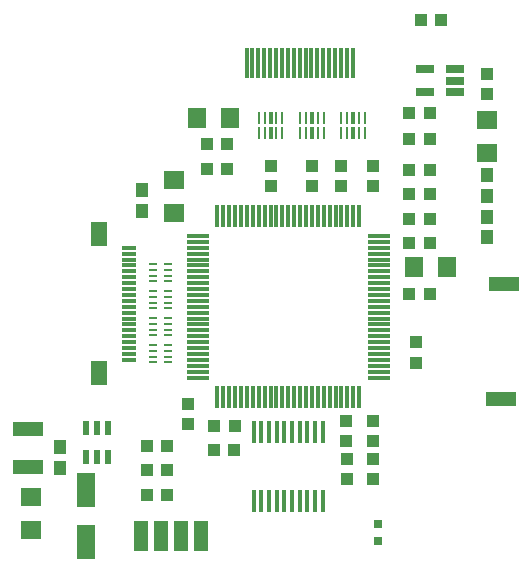
<source format=gbr>
G04 EAGLE Gerber RS-274X export*
G75*
%MOMM*%
%FSLAX34Y34*%
%LPD*%
%INSolderpaste Top*%
%IPPOS*%
%AMOC8*
5,1,8,0,0,1.08239X$1,22.5*%
G01*
%ADD10R,1.800000X1.600000*%
%ADD11R,1.100000X1.000000*%
%ADD12R,1.000000X1.100000*%
%ADD13R,1.951900X0.340000*%
%ADD14R,0.340000X1.951900*%
%ADD15R,1.600000X1.800000*%
%ADD16R,0.300000X2.500000*%
%ADD17R,2.540000X1.270000*%
%ADD18R,0.609200X1.217200*%
%ADD19R,1.087100X1.166300*%
%ADD20R,0.446800X1.858800*%
%ADD21R,1.270000X2.540000*%
%ADD22R,0.200000X1.005000*%
%ADD23R,0.400000X1.005000*%
%ADD24R,1.600000X3.000000*%
%ADD25R,1.559300X0.649200*%
%ADD26R,1.200000X0.300000*%
%ADD27R,1.400000X2.000000*%
%ADD28R,0.800000X0.800000*%
%ADD29R,0.800000X0.280000*%


D10*
X342900Y205075D03*
X342900Y233075D03*
D11*
X277250Y149863D03*
X294250Y149863D03*
D12*
X159625Y177238D03*
X159625Y194238D03*
X194625Y177238D03*
X194625Y194238D03*
X219625Y177238D03*
X219625Y194238D03*
D11*
X277250Y170500D03*
X294250Y170500D03*
X246063Y194238D03*
X246063Y177238D03*
D12*
X72000Y-42700D03*
X55000Y-42700D03*
X72000Y-63338D03*
X55000Y-63338D03*
X72000Y-83975D03*
X55000Y-83975D03*
D13*
X251442Y15250D03*
X251442Y20250D03*
X251442Y25250D03*
X251442Y30250D03*
X251442Y35250D03*
X251442Y40250D03*
X251442Y45250D03*
X251442Y50250D03*
X251442Y55250D03*
X251442Y60250D03*
X251442Y65250D03*
X251442Y70250D03*
X251442Y75250D03*
X251442Y80250D03*
X251442Y85250D03*
X251442Y90250D03*
X251442Y95250D03*
X251442Y100250D03*
X251442Y105250D03*
X251442Y110250D03*
X251442Y115250D03*
X251442Y120250D03*
X251442Y125250D03*
X251442Y130250D03*
X251442Y135250D03*
D14*
X234625Y152067D03*
X229625Y152067D03*
X224625Y152067D03*
X219625Y152067D03*
X214625Y152067D03*
X209625Y152067D03*
X204625Y152067D03*
X199625Y152067D03*
X194625Y152067D03*
X189625Y152067D03*
X184625Y152067D03*
X179625Y152067D03*
X174625Y152067D03*
X169625Y152067D03*
X164625Y152067D03*
X159625Y152067D03*
X154625Y152067D03*
X149625Y152067D03*
X144625Y152067D03*
X139625Y152067D03*
X134625Y152067D03*
X129625Y152067D03*
X124625Y152067D03*
X119625Y152067D03*
X114625Y152067D03*
D13*
X97808Y135250D03*
X97808Y130250D03*
X97808Y125250D03*
X97808Y120250D03*
X97808Y115250D03*
X97808Y110250D03*
X97808Y105250D03*
X97808Y100250D03*
X97808Y95250D03*
X97808Y90250D03*
X97808Y85250D03*
X97808Y80250D03*
X97808Y75250D03*
X97808Y70250D03*
X97808Y65250D03*
X97808Y60250D03*
X97808Y55250D03*
X97808Y50250D03*
X97808Y45250D03*
X97808Y40250D03*
X97808Y35250D03*
X97808Y30250D03*
X97808Y25250D03*
X97808Y20250D03*
X97808Y15250D03*
D14*
X114625Y-1567D03*
X119625Y-1567D03*
X124625Y-1567D03*
X129625Y-1567D03*
X134625Y-1567D03*
X139625Y-1567D03*
X144625Y-1567D03*
X149625Y-1567D03*
X154625Y-1567D03*
X159625Y-1567D03*
X164625Y-1567D03*
X169625Y-1567D03*
X174625Y-1567D03*
X179625Y-1567D03*
X184625Y-1567D03*
X189625Y-1567D03*
X194625Y-1567D03*
X199625Y-1567D03*
X204625Y-1567D03*
X209625Y-1567D03*
X214625Y-1567D03*
X219625Y-1567D03*
X224625Y-1567D03*
X229625Y-1567D03*
X234625Y-1567D03*
D10*
X77788Y182275D03*
X77788Y154275D03*
D12*
X282575Y28013D03*
X282575Y45013D03*
D11*
X122800Y192088D03*
X105800Y192088D03*
X277250Y86363D03*
X294250Y86363D03*
D15*
X281275Y108588D03*
X309275Y108588D03*
D11*
X277250Y129225D03*
X294250Y129225D03*
X277250Y191138D03*
X294250Y191138D03*
D15*
X125125Y234950D03*
X97125Y234950D03*
D11*
X122800Y212725D03*
X105800Y212725D03*
D16*
X139275Y281940D03*
X144275Y281940D03*
X149275Y281940D03*
X154275Y281940D03*
X159275Y281940D03*
X164275Y281940D03*
X169275Y281940D03*
X174275Y281940D03*
X179275Y281940D03*
X184275Y281940D03*
X189275Y281940D03*
X194275Y281940D03*
X199275Y281940D03*
X204275Y281940D03*
X209275Y281940D03*
X214275Y281940D03*
X219275Y281940D03*
X224275Y281940D03*
X229275Y281940D03*
D12*
X277250Y217488D03*
X294250Y217488D03*
X277250Y239713D03*
X294250Y239713D03*
X303775Y318294D03*
X286775Y318294D03*
D17*
X-46038Y-28575D03*
D10*
X-42863Y-86013D03*
X-42863Y-114013D03*
D18*
X22200Y-27173D03*
X12700Y-27173D03*
X3200Y-27173D03*
X3200Y-52203D03*
X12700Y-52203D03*
X22200Y-52203D03*
D17*
X-46038Y-60325D03*
D19*
X342900Y186404D03*
X342900Y169196D03*
X50800Y173704D03*
X50800Y156496D03*
X342900Y134271D03*
X342900Y151479D03*
D20*
X203875Y-31042D03*
X197375Y-31042D03*
X190875Y-31042D03*
X184375Y-31042D03*
X177875Y-31042D03*
X171375Y-31042D03*
X164875Y-31042D03*
X158375Y-31042D03*
X151875Y-31042D03*
X145375Y-31042D03*
X145375Y-89608D03*
X151875Y-89608D03*
X158375Y-89608D03*
X164875Y-89608D03*
X171375Y-89608D03*
X177875Y-89608D03*
X184375Y-89608D03*
X190875Y-89608D03*
X197375Y-89608D03*
X203875Y-89608D03*
D11*
X223838Y-38713D03*
X223838Y-21713D03*
D12*
X224000Y-70350D03*
X224000Y-53350D03*
D11*
X246063Y-21663D03*
X246063Y-38663D03*
D21*
X50000Y-119188D03*
X67000Y-119188D03*
X84000Y-118938D03*
X101000Y-119088D03*
D22*
X149625Y222480D03*
X154625Y222480D03*
D23*
X159625Y222480D03*
D22*
X164625Y222480D03*
X169625Y222480D03*
X169625Y234720D03*
X164625Y234720D03*
D23*
X159625Y234720D03*
D22*
X154625Y234720D03*
X149625Y234720D03*
X219625Y222480D03*
X224625Y222480D03*
D23*
X229625Y222480D03*
D22*
X234625Y222480D03*
X239625Y222480D03*
X239625Y234720D03*
X234625Y234720D03*
D23*
X229625Y234720D03*
D22*
X224625Y234720D03*
X219625Y234720D03*
X184625Y222480D03*
X189625Y222480D03*
D23*
X194625Y222480D03*
D22*
X199625Y222480D03*
X204625Y222480D03*
X204625Y234720D03*
X199625Y234720D03*
D23*
X194625Y234720D03*
D22*
X189625Y234720D03*
X184625Y234720D03*
D12*
X129150Y-25400D03*
X112150Y-25400D03*
D24*
X3175Y-79600D03*
X3175Y-123600D03*
D25*
X315993Y257200D03*
X315993Y266700D03*
X315993Y276200D03*
X290433Y276200D03*
X290433Y257200D03*
D12*
X342900Y272025D03*
X342900Y255025D03*
X111913Y-46038D03*
X128913Y-46038D03*
D19*
X-19050Y-60992D03*
X-19050Y-43784D03*
D26*
X39478Y125250D03*
X39478Y120250D03*
X39478Y115250D03*
X39478Y110250D03*
X39478Y105250D03*
X39478Y100250D03*
X39478Y95250D03*
X39478Y90250D03*
X39478Y85250D03*
X39478Y80250D03*
X39478Y75250D03*
X39478Y70250D03*
X39478Y65250D03*
X39478Y60250D03*
X39478Y55250D03*
X39478Y50250D03*
X39478Y45250D03*
X39478Y40250D03*
D27*
X14478Y136560D03*
X14478Y18940D03*
D26*
X39478Y35250D03*
X39478Y30250D03*
D17*
X356920Y94130D03*
D28*
X250825Y-123388D03*
X250825Y-108388D03*
D11*
X246063Y-70413D03*
X246063Y-53413D03*
D29*
X72390Y96640D03*
X72390Y101640D03*
X72390Y106640D03*
X72390Y111640D03*
X59690Y111640D03*
X59690Y106640D03*
X59690Y101640D03*
X59690Y96640D03*
X72390Y73780D03*
X72390Y78780D03*
X72390Y83780D03*
X72390Y88780D03*
X59690Y88780D03*
X59690Y83780D03*
X59690Y78780D03*
X59690Y73780D03*
X72390Y50920D03*
X72390Y55920D03*
X72390Y60920D03*
X72390Y65920D03*
X59690Y65920D03*
X59690Y60920D03*
X59690Y55920D03*
X59690Y50920D03*
X72390Y28060D03*
X72390Y33060D03*
X72390Y38060D03*
X72390Y43060D03*
X59690Y43060D03*
X59690Y38060D03*
X59690Y33060D03*
X59690Y28060D03*
D11*
X89535Y-7375D03*
X89535Y-24375D03*
D17*
X354965Y-2540D03*
M02*

</source>
